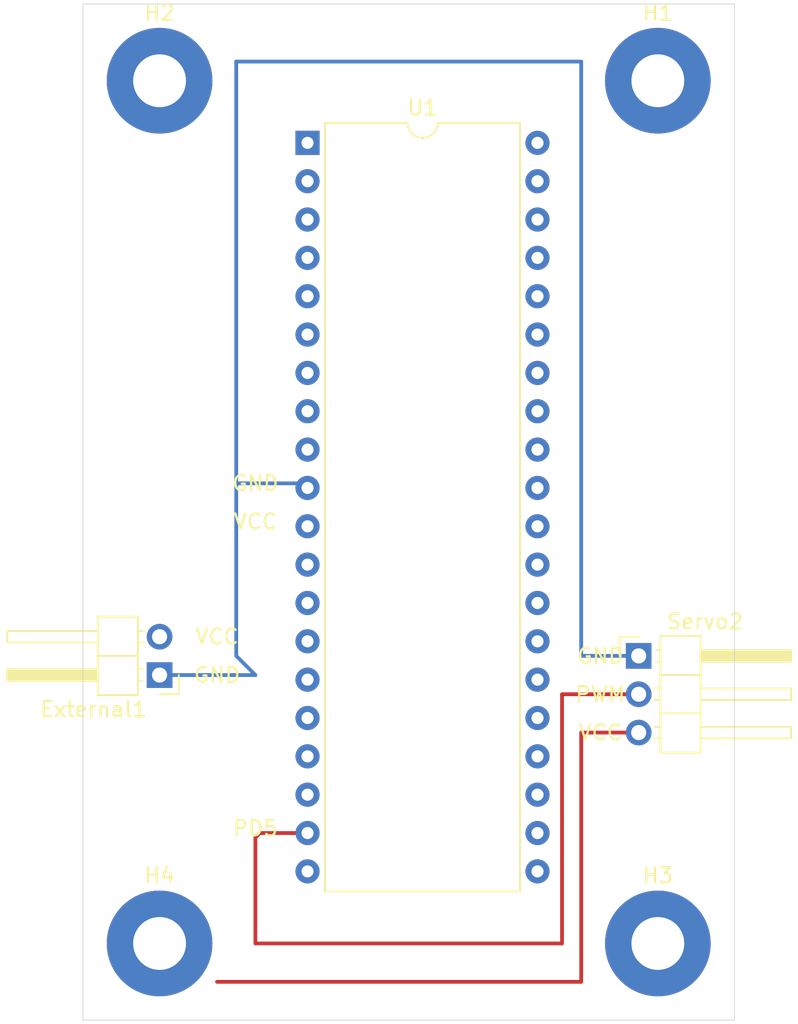
<source format=kicad_pcb>
(kicad_pcb (version 20171130) (host pcbnew "(5.1.9)-1")

  (general
    (thickness 1.6)
    (drawings 12)
    (tracks 19)
    (zones 0)
    (modules 7)
    (nets 40)
  )

  (page A4)
  (layers
    (0 F.Cu signal)
    (31 B.Cu signal)
    (32 B.Adhes user)
    (33 F.Adhes user)
    (34 B.Paste user)
    (35 F.Paste user)
    (36 B.SilkS user)
    (37 F.SilkS user)
    (38 B.Mask user)
    (39 F.Mask user)
    (40 Dwgs.User user)
    (41 Cmts.User user)
    (42 Eco1.User user)
    (43 Eco2.User user)
    (44 Edge.Cuts user)
    (45 Margin user)
    (46 B.CrtYd user)
    (47 F.CrtYd user)
    (48 B.Fab user)
    (49 F.Fab user)
  )

  (setup
    (last_trace_width 0.25)
    (trace_clearance 0.2)
    (zone_clearance 0.508)
    (zone_45_only no)
    (trace_min 0.2)
    (via_size 0.8)
    (via_drill 0.4)
    (via_min_size 0.4)
    (via_min_drill 0.3)
    (uvia_size 0.3)
    (uvia_drill 0.1)
    (uvias_allowed no)
    (uvia_min_size 0.2)
    (uvia_min_drill 0.1)
    (edge_width 0.05)
    (segment_width 0.2)
    (pcb_text_width 0.3)
    (pcb_text_size 1.5 1.5)
    (mod_edge_width 0.12)
    (mod_text_size 1 1)
    (mod_text_width 0.15)
    (pad_size 1.524 1.524)
    (pad_drill 0.762)
    (pad_to_mask_clearance 0)
    (aux_axis_origin 0 0)
    (visible_elements 7FFFFFFF)
    (pcbplotparams
      (layerselection 0x010fc_ffffffff)
      (usegerberextensions false)
      (usegerberattributes true)
      (usegerberadvancedattributes true)
      (creategerberjobfile true)
      (excludeedgelayer true)
      (linewidth 0.100000)
      (plotframeref false)
      (viasonmask false)
      (mode 1)
      (useauxorigin false)
      (hpglpennumber 1)
      (hpglpenspeed 20)
      (hpglpendiameter 15.000000)
      (psnegative false)
      (psa4output false)
      (plotreference true)
      (plotvalue true)
      (plotinvisibletext false)
      (padsonsilk false)
      (subtractmaskfromsilk false)
      (outputformat 1)
      (mirror false)
      (drillshape 1)
      (scaleselection 1)
      (outputdirectory ""))
  )

  (net 0 "")
  (net 1 "Net-(Servo2-Pad2)")
  (net 2 "Net-(U1-Pad1)")
  (net 3 "Net-(U1-Pad21)")
  (net 4 "Net-(U1-Pad2)")
  (net 5 "Net-(U1-Pad22)")
  (net 6 "Net-(U1-Pad3)")
  (net 7 "Net-(U1-Pad23)")
  (net 8 "Net-(U1-Pad4)")
  (net 9 "Net-(U1-Pad24)")
  (net 10 "Net-(U1-Pad5)")
  (net 11 "Net-(U1-Pad25)")
  (net 12 "Net-(U1-Pad6)")
  (net 13 "Net-(U1-Pad26)")
  (net 14 "Net-(U1-Pad7)")
  (net 15 "Net-(U1-Pad27)")
  (net 16 "Net-(U1-Pad8)")
  (net 17 "Net-(U1-Pad28)")
  (net 18 "Net-(U1-Pad9)")
  (net 19 "Net-(U1-Pad29)")
  (net 20 "Net-(U1-Pad30)")
  (net 21 "Net-(U1-Pad12)")
  (net 22 "Net-(U1-Pad32)")
  (net 23 "Net-(U1-Pad13)")
  (net 24 "Net-(U1-Pad33)")
  (net 25 "Net-(U1-Pad14)")
  (net 26 "Net-(U1-Pad34)")
  (net 27 "Net-(U1-Pad15)")
  (net 28 "Net-(U1-Pad35)")
  (net 29 "Net-(U1-Pad16)")
  (net 30 "Net-(U1-Pad36)")
  (net 31 "Net-(U1-Pad17)")
  (net 32 "Net-(U1-Pad37)")
  (net 33 "Net-(U1-Pad18)")
  (net 34 "Net-(U1-Pad38)")
  (net 35 "Net-(U1-Pad39)")
  (net 36 "Net-(U1-Pad20)")
  (net 37 "Net-(U1-Pad40)")
  (net 38 +5V)
  (net 39 GND)

  (net_class Default "This is the default net class."
    (clearance 0.2)
    (trace_width 0.25)
    (via_dia 0.8)
    (via_drill 0.4)
    (uvia_dia 0.3)
    (uvia_drill 0.1)
    (add_net +5V)
    (add_net GND)
    (add_net "Net-(Servo2-Pad2)")
    (add_net "Net-(U1-Pad1)")
    (add_net "Net-(U1-Pad12)")
    (add_net "Net-(U1-Pad13)")
    (add_net "Net-(U1-Pad14)")
    (add_net "Net-(U1-Pad15)")
    (add_net "Net-(U1-Pad16)")
    (add_net "Net-(U1-Pad17)")
    (add_net "Net-(U1-Pad18)")
    (add_net "Net-(U1-Pad2)")
    (add_net "Net-(U1-Pad20)")
    (add_net "Net-(U1-Pad21)")
    (add_net "Net-(U1-Pad22)")
    (add_net "Net-(U1-Pad23)")
    (add_net "Net-(U1-Pad24)")
    (add_net "Net-(U1-Pad25)")
    (add_net "Net-(U1-Pad26)")
    (add_net "Net-(U1-Pad27)")
    (add_net "Net-(U1-Pad28)")
    (add_net "Net-(U1-Pad29)")
    (add_net "Net-(U1-Pad3)")
    (add_net "Net-(U1-Pad30)")
    (add_net "Net-(U1-Pad32)")
    (add_net "Net-(U1-Pad33)")
    (add_net "Net-(U1-Pad34)")
    (add_net "Net-(U1-Pad35)")
    (add_net "Net-(U1-Pad36)")
    (add_net "Net-(U1-Pad37)")
    (add_net "Net-(U1-Pad38)")
    (add_net "Net-(U1-Pad39)")
    (add_net "Net-(U1-Pad4)")
    (add_net "Net-(U1-Pad40)")
    (add_net "Net-(U1-Pad5)")
    (add_net "Net-(U1-Pad6)")
    (add_net "Net-(U1-Pad7)")
    (add_net "Net-(U1-Pad8)")
    (add_net "Net-(U1-Pad9)")
  )

  (module Package_DIP:DIP-40_W15.24mm (layer F.Cu) (tedit 5A02E8C5) (tstamp 607A115E)
    (at 112.675001 71.425001)
    (descr "40-lead though-hole mounted DIP package, row spacing 15.24 mm (600 mils)")
    (tags "THT DIP DIL PDIP 2.54mm 15.24mm 600mil")
    (path /607AAAB8)
    (fp_text reference U1 (at 7.62 -2.33) (layer F.SilkS)
      (effects (font (size 1 1) (thickness 0.15)))
    )
    (fp_text value ATmega32-16PU (at 7.62 50.59) (layer F.Fab)
      (effects (font (size 1 1) (thickness 0.15)))
    )
    (fp_line (start 1.255 -1.27) (end 14.985 -1.27) (layer F.Fab) (width 0.1))
    (fp_line (start 14.985 -1.27) (end 14.985 49.53) (layer F.Fab) (width 0.1))
    (fp_line (start 14.985 49.53) (end 0.255 49.53) (layer F.Fab) (width 0.1))
    (fp_line (start 0.255 49.53) (end 0.255 -0.27) (layer F.Fab) (width 0.1))
    (fp_line (start 0.255 -0.27) (end 1.255 -1.27) (layer F.Fab) (width 0.1))
    (fp_line (start 6.62 -1.33) (end 1.16 -1.33) (layer F.SilkS) (width 0.12))
    (fp_line (start 1.16 -1.33) (end 1.16 49.59) (layer F.SilkS) (width 0.12))
    (fp_line (start 1.16 49.59) (end 14.08 49.59) (layer F.SilkS) (width 0.12))
    (fp_line (start 14.08 49.59) (end 14.08 -1.33) (layer F.SilkS) (width 0.12))
    (fp_line (start 14.08 -1.33) (end 8.62 -1.33) (layer F.SilkS) (width 0.12))
    (fp_line (start -1.05 -1.55) (end -1.05 49.8) (layer F.CrtYd) (width 0.05))
    (fp_line (start -1.05 49.8) (end 16.3 49.8) (layer F.CrtYd) (width 0.05))
    (fp_line (start 16.3 49.8) (end 16.3 -1.55) (layer F.CrtYd) (width 0.05))
    (fp_line (start 16.3 -1.55) (end -1.05 -1.55) (layer F.CrtYd) (width 0.05))
    (fp_arc (start 7.62 -1.33) (end 6.62 -1.33) (angle -180) (layer F.SilkS) (width 0.12))
    (fp_text user %R (at 7.62 24.13) (layer F.Fab)
      (effects (font (size 1 1) (thickness 0.15)))
    )
    (pad 1 thru_hole rect (at 0 0) (size 1.6 1.6) (drill 0.8) (layers *.Cu *.Mask)
      (net 2 "Net-(U1-Pad1)"))
    (pad 21 thru_hole oval (at 15.24 48.26) (size 1.6 1.6) (drill 0.8) (layers *.Cu *.Mask)
      (net 3 "Net-(U1-Pad21)"))
    (pad 2 thru_hole oval (at 0 2.54) (size 1.6 1.6) (drill 0.8) (layers *.Cu *.Mask)
      (net 4 "Net-(U1-Pad2)"))
    (pad 22 thru_hole oval (at 15.24 45.72) (size 1.6 1.6) (drill 0.8) (layers *.Cu *.Mask)
      (net 5 "Net-(U1-Pad22)"))
    (pad 3 thru_hole oval (at 0 5.08) (size 1.6 1.6) (drill 0.8) (layers *.Cu *.Mask)
      (net 6 "Net-(U1-Pad3)"))
    (pad 23 thru_hole oval (at 15.24 43.18) (size 1.6 1.6) (drill 0.8) (layers *.Cu *.Mask)
      (net 7 "Net-(U1-Pad23)"))
    (pad 4 thru_hole oval (at 0 7.62) (size 1.6 1.6) (drill 0.8) (layers *.Cu *.Mask)
      (net 8 "Net-(U1-Pad4)"))
    (pad 24 thru_hole oval (at 15.24 40.64) (size 1.6 1.6) (drill 0.8) (layers *.Cu *.Mask)
      (net 9 "Net-(U1-Pad24)"))
    (pad 5 thru_hole oval (at 0 10.16) (size 1.6 1.6) (drill 0.8) (layers *.Cu *.Mask)
      (net 10 "Net-(U1-Pad5)"))
    (pad 25 thru_hole oval (at 15.24 38.1) (size 1.6 1.6) (drill 0.8) (layers *.Cu *.Mask)
      (net 11 "Net-(U1-Pad25)"))
    (pad 6 thru_hole oval (at 0 12.7) (size 1.6 1.6) (drill 0.8) (layers *.Cu *.Mask)
      (net 12 "Net-(U1-Pad6)"))
    (pad 26 thru_hole oval (at 15.24 35.56) (size 1.6 1.6) (drill 0.8) (layers *.Cu *.Mask)
      (net 13 "Net-(U1-Pad26)"))
    (pad 7 thru_hole oval (at 0 15.24) (size 1.6 1.6) (drill 0.8) (layers *.Cu *.Mask)
      (net 14 "Net-(U1-Pad7)"))
    (pad 27 thru_hole oval (at 15.24 33.02) (size 1.6 1.6) (drill 0.8) (layers *.Cu *.Mask)
      (net 15 "Net-(U1-Pad27)"))
    (pad 8 thru_hole oval (at 0 17.78) (size 1.6 1.6) (drill 0.8) (layers *.Cu *.Mask)
      (net 16 "Net-(U1-Pad8)"))
    (pad 28 thru_hole oval (at 15.24 30.48) (size 1.6 1.6) (drill 0.8) (layers *.Cu *.Mask)
      (net 17 "Net-(U1-Pad28)"))
    (pad 9 thru_hole oval (at 0 20.32) (size 1.6 1.6) (drill 0.8) (layers *.Cu *.Mask)
      (net 18 "Net-(U1-Pad9)"))
    (pad 29 thru_hole oval (at 15.24 27.94) (size 1.6 1.6) (drill 0.8) (layers *.Cu *.Mask)
      (net 19 "Net-(U1-Pad29)"))
    (pad 10 thru_hole oval (at 0 22.86) (size 1.6 1.6) (drill 0.8) (layers *.Cu *.Mask)
      (net 38 +5V))
    (pad 30 thru_hole oval (at 15.24 25.4) (size 1.6 1.6) (drill 0.8) (layers *.Cu *.Mask)
      (net 20 "Net-(U1-Pad30)"))
    (pad 11 thru_hole oval (at 0 25.4) (size 1.6 1.6) (drill 0.8) (layers *.Cu *.Mask)
      (net 39 GND))
    (pad 31 thru_hole oval (at 15.24 22.86) (size 1.6 1.6) (drill 0.8) (layers *.Cu *.Mask)
      (net 39 GND))
    (pad 12 thru_hole oval (at 0 27.94) (size 1.6 1.6) (drill 0.8) (layers *.Cu *.Mask)
      (net 21 "Net-(U1-Pad12)"))
    (pad 32 thru_hole oval (at 15.24 20.32) (size 1.6 1.6) (drill 0.8) (layers *.Cu *.Mask)
      (net 22 "Net-(U1-Pad32)"))
    (pad 13 thru_hole oval (at 0 30.48) (size 1.6 1.6) (drill 0.8) (layers *.Cu *.Mask)
      (net 23 "Net-(U1-Pad13)"))
    (pad 33 thru_hole oval (at 15.24 17.78) (size 1.6 1.6) (drill 0.8) (layers *.Cu *.Mask)
      (net 24 "Net-(U1-Pad33)"))
    (pad 14 thru_hole oval (at 0 33.02) (size 1.6 1.6) (drill 0.8) (layers *.Cu *.Mask)
      (net 25 "Net-(U1-Pad14)"))
    (pad 34 thru_hole oval (at 15.24 15.24) (size 1.6 1.6) (drill 0.8) (layers *.Cu *.Mask)
      (net 26 "Net-(U1-Pad34)"))
    (pad 15 thru_hole oval (at 0 35.56) (size 1.6 1.6) (drill 0.8) (layers *.Cu *.Mask)
      (net 27 "Net-(U1-Pad15)"))
    (pad 35 thru_hole oval (at 15.24 12.7) (size 1.6 1.6) (drill 0.8) (layers *.Cu *.Mask)
      (net 28 "Net-(U1-Pad35)"))
    (pad 16 thru_hole oval (at 0 38.1) (size 1.6 1.6) (drill 0.8) (layers *.Cu *.Mask)
      (net 29 "Net-(U1-Pad16)"))
    (pad 36 thru_hole oval (at 15.24 10.16) (size 1.6 1.6) (drill 0.8) (layers *.Cu *.Mask)
      (net 30 "Net-(U1-Pad36)"))
    (pad 17 thru_hole oval (at 0 40.64) (size 1.6 1.6) (drill 0.8) (layers *.Cu *.Mask)
      (net 31 "Net-(U1-Pad17)"))
    (pad 37 thru_hole oval (at 15.24 7.62) (size 1.6 1.6) (drill 0.8) (layers *.Cu *.Mask)
      (net 32 "Net-(U1-Pad37)"))
    (pad 18 thru_hole oval (at 0 43.18) (size 1.6 1.6) (drill 0.8) (layers *.Cu *.Mask)
      (net 33 "Net-(U1-Pad18)"))
    (pad 38 thru_hole oval (at 15.24 5.08) (size 1.6 1.6) (drill 0.8) (layers *.Cu *.Mask)
      (net 34 "Net-(U1-Pad38)"))
    (pad 19 thru_hole oval (at 0 45.72) (size 1.6 1.6) (drill 0.8) (layers *.Cu *.Mask)
      (net 1 "Net-(Servo2-Pad2)"))
    (pad 39 thru_hole oval (at 15.24 2.54) (size 1.6 1.6) (drill 0.8) (layers *.Cu *.Mask)
      (net 35 "Net-(U1-Pad39)"))
    (pad 20 thru_hole oval (at 0 48.26) (size 1.6 1.6) (drill 0.8) (layers *.Cu *.Mask)
      (net 36 "Net-(U1-Pad20)"))
    (pad 40 thru_hole oval (at 15.24 0) (size 1.6 1.6) (drill 0.8) (layers *.Cu *.Mask)
      (net 37 "Net-(U1-Pad40)"))
    (model ${KISYS3DMOD}/Package_DIP.3dshapes/DIP-40_W15.24mm.wrl
      (at (xyz 0 0 0))
      (scale (xyz 1 1 1))
      (rotate (xyz 0 0 0))
    )
  )

  (module Connector_PinHeader_2.54mm:PinHeader_1x02_P2.54mm_Horizontal (layer F.Cu) (tedit 60799B8A) (tstamp 607A10C2)
    (at 102.87 106.68 180)
    (descr "Through hole angled pin header, 1x02, 2.54mm pitch, 6mm pin length, single row")
    (tags "Through hole angled pin header THT 1x02 2.54mm single row")
    (path /607ABA77)
    (fp_text reference External1 (at 4.385 -2.27 180) (layer F.SilkS)
      (effects (font (size 1 1) (thickness 0.15)))
    )
    (fp_text value Conn_01x02 (at 0 6.35 180) (layer F.Fab)
      (effects (font (size 1 1) (thickness 0.15)))
    )
    (fp_line (start 2.135 -1.27) (end 4.04 -1.27) (layer F.Fab) (width 0.1))
    (fp_line (start 4.04 -1.27) (end 4.04 3.81) (layer F.Fab) (width 0.1))
    (fp_line (start 4.04 3.81) (end 1.5 3.81) (layer F.Fab) (width 0.1))
    (fp_line (start 1.5 3.81) (end 1.5 -0.635) (layer F.Fab) (width 0.1))
    (fp_line (start 1.5 -0.635) (end 2.135 -1.27) (layer F.Fab) (width 0.1))
    (fp_line (start -0.32 -0.32) (end 1.5 -0.32) (layer F.Fab) (width 0.1))
    (fp_line (start -0.32 -0.32) (end -0.32 0.32) (layer F.Fab) (width 0.1))
    (fp_line (start -0.32 0.32) (end 1.5 0.32) (layer F.Fab) (width 0.1))
    (fp_line (start 4.04 -0.32) (end 10.04 -0.32) (layer F.Fab) (width 0.1))
    (fp_line (start 10.04 -0.32) (end 10.04 0.32) (layer F.Fab) (width 0.1))
    (fp_line (start 4.04 0.32) (end 10.04 0.32) (layer F.Fab) (width 0.1))
    (fp_line (start -0.32 2.22) (end 1.5 2.22) (layer F.Fab) (width 0.1))
    (fp_line (start -0.32 2.22) (end -0.32 2.86) (layer F.Fab) (width 0.1))
    (fp_line (start -0.32 2.86) (end 1.5 2.86) (layer F.Fab) (width 0.1))
    (fp_line (start 4.04 2.22) (end 10.04 2.22) (layer F.Fab) (width 0.1))
    (fp_line (start 10.04 2.22) (end 10.04 2.86) (layer F.Fab) (width 0.1))
    (fp_line (start 4.04 2.86) (end 10.04 2.86) (layer F.Fab) (width 0.1))
    (fp_line (start 1.44 -1.33) (end 1.44 3.87) (layer F.SilkS) (width 0.12))
    (fp_line (start 1.44 3.87) (end 4.1 3.87) (layer F.SilkS) (width 0.12))
    (fp_line (start 4.1 3.87) (end 4.1 -1.33) (layer F.SilkS) (width 0.12))
    (fp_line (start 4.1 -1.33) (end 1.44 -1.33) (layer F.SilkS) (width 0.12))
    (fp_line (start 4.1 -0.38) (end 10.1 -0.38) (layer F.SilkS) (width 0.12))
    (fp_line (start 10.1 -0.38) (end 10.1 0.38) (layer F.SilkS) (width 0.12))
    (fp_line (start 10.1 0.38) (end 4.1 0.38) (layer F.SilkS) (width 0.12))
    (fp_line (start 4.1 -0.32) (end 10.1 -0.32) (layer F.SilkS) (width 0.12))
    (fp_line (start 4.1 -0.2) (end 10.1 -0.2) (layer F.SilkS) (width 0.12))
    (fp_line (start 4.1 -0.08) (end 10.1 -0.08) (layer F.SilkS) (width 0.12))
    (fp_line (start 4.1 0.04) (end 10.1 0.04) (layer F.SilkS) (width 0.12))
    (fp_line (start 4.1 0.16) (end 10.1 0.16) (layer F.SilkS) (width 0.12))
    (fp_line (start 4.1 0.28) (end 10.1 0.28) (layer F.SilkS) (width 0.12))
    (fp_line (start 1.11 -0.38) (end 1.44 -0.38) (layer F.SilkS) (width 0.12))
    (fp_line (start 1.11 0.38) (end 1.44 0.38) (layer F.SilkS) (width 0.12))
    (fp_line (start 1.44 1.27) (end 4.1 1.27) (layer F.SilkS) (width 0.12))
    (fp_line (start 4.1 2.16) (end 10.1 2.16) (layer F.SilkS) (width 0.12))
    (fp_line (start 10.1 2.16) (end 10.1 2.92) (layer F.SilkS) (width 0.12))
    (fp_line (start 10.1 2.92) (end 4.1 2.92) (layer F.SilkS) (width 0.12))
    (fp_line (start 1.042929 2.16) (end 1.44 2.16) (layer F.SilkS) (width 0.12))
    (fp_line (start 1.042929 2.92) (end 1.44 2.92) (layer F.SilkS) (width 0.12))
    (fp_line (start -1.27 0) (end -1.27 -1.27) (layer F.SilkS) (width 0.12))
    (fp_line (start -1.27 -1.27) (end 0 -1.27) (layer F.SilkS) (width 0.12))
    (fp_line (start -1.8 -1.8) (end -1.8 4.35) (layer F.CrtYd) (width 0.05))
    (fp_line (start -1.8 4.35) (end 10.55 4.35) (layer F.CrtYd) (width 0.05))
    (fp_line (start 10.55 4.35) (end 10.55 -1.8) (layer F.CrtYd) (width 0.05))
    (fp_line (start 10.55 -1.8) (end -1.8 -1.8) (layer F.CrtYd) (width 0.05))
    (fp_text user %R (at 2.77 1.27 270) (layer F.Fab)
      (effects (font (size 1 1) (thickness 0.15)))
    )
    (pad 1 thru_hole rect (at 0 0 180) (size 1.7 1.7) (drill 1) (layers *.Cu *.Mask)
      (net 38 +5V))
    (pad 2 thru_hole oval (at 0 2.54 180) (size 1.7 1.7) (drill 1) (layers *.Cu *.Mask)
      (net 39 GND))
    (model ${KISYS3DMOD}/Connector_PinHeader_2.54mm.3dshapes/PinHeader_1x02_P2.54mm_Horizontal.wrl
      (at (xyz 0 0 0))
      (scale (xyz 1 1 1))
      (rotate (xyz 0 0 0))
    )
  )

  (module MountingHole:MountingHole_3.5mm_Pad (layer F.Cu) (tedit 56D1B4CB) (tstamp 607A10CA)
    (at 135.89 67.31)
    (descr "Mounting Hole 3.5mm")
    (tags "mounting hole 3.5mm")
    (path /607AA6E1)
    (attr virtual)
    (fp_text reference H1 (at 0 -4.5) (layer F.SilkS)
      (effects (font (size 1 1) (thickness 0.15)))
    )
    (fp_text value MountingHole (at 0 4.5) (layer F.Fab)
      (effects (font (size 1 1) (thickness 0.15)))
    )
    (fp_circle (center 0 0) (end 3.5 0) (layer Cmts.User) (width 0.15))
    (fp_circle (center 0 0) (end 3.75 0) (layer F.CrtYd) (width 0.05))
    (fp_text user %R (at 0.3 0) (layer F.Fab)
      (effects (font (size 1 1) (thickness 0.15)))
    )
    (pad 1 thru_hole circle (at 0 0) (size 7 7) (drill 3.5) (layers *.Cu *.Mask))
  )

  (module MountingHole:MountingHole_3.5mm_Pad (layer F.Cu) (tedit 56D1B4CB) (tstamp 607A10D2)
    (at 102.87 67.31)
    (descr "Mounting Hole 3.5mm")
    (tags "mounting hole 3.5mm")
    (path /607AA82A)
    (attr virtual)
    (fp_text reference H2 (at 0 -4.5) (layer F.SilkS)
      (effects (font (size 1 1) (thickness 0.15)))
    )
    (fp_text value MountingHole (at 0 4.5) (layer F.Fab)
      (effects (font (size 1 1) (thickness 0.15)))
    )
    (fp_circle (center 0 0) (end 3.75 0) (layer F.CrtYd) (width 0.05))
    (fp_circle (center 0 0) (end 3.5 0) (layer Cmts.User) (width 0.15))
    (fp_text user %R (at 0.3 0) (layer F.Fab)
      (effects (font (size 1 1) (thickness 0.15)))
    )
    (pad 1 thru_hole circle (at 0 0) (size 7 7) (drill 3.5) (layers *.Cu *.Mask))
  )

  (module MountingHole:MountingHole_3.5mm_Pad (layer F.Cu) (tedit 56D1B4CB) (tstamp 607A10DA)
    (at 135.89 124.46)
    (descr "Mounting Hole 3.5mm")
    (tags "mounting hole 3.5mm")
    (path /607AA54C)
    (attr virtual)
    (fp_text reference H3 (at 0 -4.5) (layer F.SilkS)
      (effects (font (size 1 1) (thickness 0.15)))
    )
    (fp_text value MountingHole (at 0 4.5) (layer F.Fab)
      (effects (font (size 1 1) (thickness 0.15)))
    )
    (fp_circle (center 0 0) (end 3.75 0) (layer F.CrtYd) (width 0.05))
    (fp_circle (center 0 0) (end 3.5 0) (layer Cmts.User) (width 0.15))
    (fp_text user %R (at 0.3 0) (layer F.Fab)
      (effects (font (size 1 1) (thickness 0.15)))
    )
    (pad 1 thru_hole circle (at 0 0) (size 7 7) (drill 3.5) (layers *.Cu *.Mask))
  )

  (module MountingHole:MountingHole_3.5mm_Pad (layer F.Cu) (tedit 56D1B4CB) (tstamp 607A10E2)
    (at 102.87 124.46)
    (descr "Mounting Hole 3.5mm")
    (tags "mounting hole 3.5mm")
    (path /607AA4E4)
    (attr virtual)
    (fp_text reference H4 (at 0 -4.5) (layer F.SilkS)
      (effects (font (size 1 1) (thickness 0.15)))
    )
    (fp_text value MountingHole (at 0 4.5) (layer F.Fab)
      (effects (font (size 1 1) (thickness 0.15)))
    )
    (fp_circle (center 0 0) (end 3.5 0) (layer Cmts.User) (width 0.15))
    (fp_circle (center 0 0) (end 3.75 0) (layer F.CrtYd) (width 0.05))
    (fp_text user %R (at 0.3 0) (layer F.Fab)
      (effects (font (size 1 1) (thickness 0.15)))
    )
    (pad 1 thru_hole circle (at 0 0) (size 7 7) (drill 3.5) (layers *.Cu *.Mask))
  )

  (module Connector_PinHeader_2.54mm:PinHeader_1x03_P2.54mm_Horizontal (layer F.Cu) (tedit 59FED5CB) (tstamp 607A1122)
    (at 134.62 105.41)
    (descr "Through hole angled pin header, 1x03, 2.54mm pitch, 6mm pin length, single row")
    (tags "Through hole angled pin header THT 1x03 2.54mm single row")
    (path /607AC006)
    (fp_text reference Servo2 (at 4.385 -2.27) (layer F.SilkS)
      (effects (font (size 1 1) (thickness 0.15)))
    )
    (fp_text value Conn_01x03 (at 4.385 7.35) (layer F.Fab)
      (effects (font (size 1 1) (thickness 0.15)))
    )
    (fp_line (start 2.135 -1.27) (end 4.04 -1.27) (layer F.Fab) (width 0.1))
    (fp_line (start 4.04 -1.27) (end 4.04 6.35) (layer F.Fab) (width 0.1))
    (fp_line (start 4.04 6.35) (end 1.5 6.35) (layer F.Fab) (width 0.1))
    (fp_line (start 1.5 6.35) (end 1.5 -0.635) (layer F.Fab) (width 0.1))
    (fp_line (start 1.5 -0.635) (end 2.135 -1.27) (layer F.Fab) (width 0.1))
    (fp_line (start -0.32 -0.32) (end 1.5 -0.32) (layer F.Fab) (width 0.1))
    (fp_line (start -0.32 -0.32) (end -0.32 0.32) (layer F.Fab) (width 0.1))
    (fp_line (start -0.32 0.32) (end 1.5 0.32) (layer F.Fab) (width 0.1))
    (fp_line (start 4.04 -0.32) (end 10.04 -0.32) (layer F.Fab) (width 0.1))
    (fp_line (start 10.04 -0.32) (end 10.04 0.32) (layer F.Fab) (width 0.1))
    (fp_line (start 4.04 0.32) (end 10.04 0.32) (layer F.Fab) (width 0.1))
    (fp_line (start -0.32 2.22) (end 1.5 2.22) (layer F.Fab) (width 0.1))
    (fp_line (start -0.32 2.22) (end -0.32 2.86) (layer F.Fab) (width 0.1))
    (fp_line (start -0.32 2.86) (end 1.5 2.86) (layer F.Fab) (width 0.1))
    (fp_line (start 4.04 2.22) (end 10.04 2.22) (layer F.Fab) (width 0.1))
    (fp_line (start 10.04 2.22) (end 10.04 2.86) (layer F.Fab) (width 0.1))
    (fp_line (start 4.04 2.86) (end 10.04 2.86) (layer F.Fab) (width 0.1))
    (fp_line (start -0.32 4.76) (end 1.5 4.76) (layer F.Fab) (width 0.1))
    (fp_line (start -0.32 4.76) (end -0.32 5.4) (layer F.Fab) (width 0.1))
    (fp_line (start -0.32 5.4) (end 1.5 5.4) (layer F.Fab) (width 0.1))
    (fp_line (start 4.04 4.76) (end 10.04 4.76) (layer F.Fab) (width 0.1))
    (fp_line (start 10.04 4.76) (end 10.04 5.4) (layer F.Fab) (width 0.1))
    (fp_line (start 4.04 5.4) (end 10.04 5.4) (layer F.Fab) (width 0.1))
    (fp_line (start 1.44 -1.33) (end 1.44 6.41) (layer F.SilkS) (width 0.12))
    (fp_line (start 1.44 6.41) (end 4.1 6.41) (layer F.SilkS) (width 0.12))
    (fp_line (start 4.1 6.41) (end 4.1 -1.33) (layer F.SilkS) (width 0.12))
    (fp_line (start 4.1 -1.33) (end 1.44 -1.33) (layer F.SilkS) (width 0.12))
    (fp_line (start 4.1 -0.38) (end 10.1 -0.38) (layer F.SilkS) (width 0.12))
    (fp_line (start 10.1 -0.38) (end 10.1 0.38) (layer F.SilkS) (width 0.12))
    (fp_line (start 10.1 0.38) (end 4.1 0.38) (layer F.SilkS) (width 0.12))
    (fp_line (start 4.1 -0.32) (end 10.1 -0.32) (layer F.SilkS) (width 0.12))
    (fp_line (start 4.1 -0.2) (end 10.1 -0.2) (layer F.SilkS) (width 0.12))
    (fp_line (start 4.1 -0.08) (end 10.1 -0.08) (layer F.SilkS) (width 0.12))
    (fp_line (start 4.1 0.04) (end 10.1 0.04) (layer F.SilkS) (width 0.12))
    (fp_line (start 4.1 0.16) (end 10.1 0.16) (layer F.SilkS) (width 0.12))
    (fp_line (start 4.1 0.28) (end 10.1 0.28) (layer F.SilkS) (width 0.12))
    (fp_line (start 1.11 -0.38) (end 1.44 -0.38) (layer F.SilkS) (width 0.12))
    (fp_line (start 1.11 0.38) (end 1.44 0.38) (layer F.SilkS) (width 0.12))
    (fp_line (start 1.44 1.27) (end 4.1 1.27) (layer F.SilkS) (width 0.12))
    (fp_line (start 4.1 2.16) (end 10.1 2.16) (layer F.SilkS) (width 0.12))
    (fp_line (start 10.1 2.16) (end 10.1 2.92) (layer F.SilkS) (width 0.12))
    (fp_line (start 10.1 2.92) (end 4.1 2.92) (layer F.SilkS) (width 0.12))
    (fp_line (start 1.042929 2.16) (end 1.44 2.16) (layer F.SilkS) (width 0.12))
    (fp_line (start 1.042929 2.92) (end 1.44 2.92) (layer F.SilkS) (width 0.12))
    (fp_line (start 1.44 3.81) (end 4.1 3.81) (layer F.SilkS) (width 0.12))
    (fp_line (start 4.1 4.7) (end 10.1 4.7) (layer F.SilkS) (width 0.12))
    (fp_line (start 10.1 4.7) (end 10.1 5.46) (layer F.SilkS) (width 0.12))
    (fp_line (start 10.1 5.46) (end 4.1 5.46) (layer F.SilkS) (width 0.12))
    (fp_line (start 1.042929 4.7) (end 1.44 4.7) (layer F.SilkS) (width 0.12))
    (fp_line (start 1.042929 5.46) (end 1.44 5.46) (layer F.SilkS) (width 0.12))
    (fp_line (start -1.27 0) (end -1.27 -1.27) (layer F.SilkS) (width 0.12))
    (fp_line (start -1.27 -1.27) (end 0 -1.27) (layer F.SilkS) (width 0.12))
    (fp_line (start -1.8 -1.8) (end -1.8 6.85) (layer F.CrtYd) (width 0.05))
    (fp_line (start -1.8 6.85) (end 10.55 6.85) (layer F.CrtYd) (width 0.05))
    (fp_line (start 10.55 6.85) (end 10.55 -1.8) (layer F.CrtYd) (width 0.05))
    (fp_line (start 10.55 -1.8) (end -1.8 -1.8) (layer F.CrtYd) (width 0.05))
    (fp_text user %R (at 2.77 2.54 90) (layer F.Fab)
      (effects (font (size 1 1) (thickness 0.15)))
    )
    (pad 1 thru_hole rect (at 0 0) (size 1.7 1.7) (drill 1) (layers *.Cu *.Mask)
      (net 38 +5V))
    (pad 2 thru_hole oval (at 0 2.54) (size 1.7 1.7) (drill 1) (layers *.Cu *.Mask)
      (net 1 "Net-(Servo2-Pad2)"))
    (pad 3 thru_hole oval (at 0 5.08) (size 1.7 1.7) (drill 1) (layers *.Cu *.Mask)
      (net 39 GND))
    (model ${KISYS3DMOD}/Connector_PinHeader_2.54mm.3dshapes/PinHeader_1x03_P2.54mm_Horizontal.wrl
      (at (xyz 0 0 0))
      (scale (xyz 1 1 1))
      (rotate (xyz 0 0 0))
    )
  )

  (gr_text "VCC\n" (at 132.08 110.49) (layer F.SilkS)
    (effects (font (size 1 1) (thickness 0.15)))
  )
  (gr_text "PWM\n" (at 132.08 107.95) (layer F.SilkS)
    (effects (font (size 1 1) (thickness 0.15)))
  )
  (gr_text "GND\n" (at 132.08 105.41) (layer F.SilkS)
    (effects (font (size 1 1) (thickness 0.15)))
  )
  (gr_text "PD5\n" (at 109.22 116.84) (layer F.SilkS)
    (effects (font (size 1 1) (thickness 0.15)))
  )
  (gr_text "GND\n" (at 109.22 93.98) (layer F.SilkS)
    (effects (font (size 1 1) (thickness 0.15)))
  )
  (gr_text "GND\n" (at 106.68 106.68) (layer F.SilkS)
    (effects (font (size 1 1) (thickness 0.15)))
  )
  (gr_text "VCC\n" (at 106.68 104.14) (layer F.SilkS)
    (effects (font (size 1 1) (thickness 0.15)))
  )
  (gr_text VCC (at 109.22 96.52) (layer F.SilkS)
    (effects (font (size 1 1) (thickness 0.15)))
  )
  (gr_line (start 97.79 129.54) (end 140.97 129.54) (angle 90) (layer Edge.Cuts) (width 0.05))
  (gr_line (start 97.79 62.23) (end 97.79 129.54) (angle 90) (layer Edge.Cuts) (width 0.05))
  (gr_line (start 140.97 62.23) (end 97.79 62.23) (angle 90) (layer Edge.Cuts) (width 0.05))
  (gr_line (start 140.97 129.54) (end 140.97 62.23) (angle 90) (layer Edge.Cuts) (width 0.05))

  (segment (start 102.87 106.68) (end 109.22 106.68) (width 0.25) (layer B.Cu) (net 38) (status 400000))
  (segment (start 130.81 105.41) (end 134.62 105.41) (width 0.25) (layer B.Cu) (net 38) (tstamp 607A668F) (status 800000))
  (segment (start 130.81 66.04) (end 130.81 105.41) (width 0.25) (layer B.Cu) (net 38) (tstamp 607A668E))
  (segment (start 107.95 66.04) (end 130.81 66.04) (width 0.25) (layer B.Cu) (net 38) (tstamp 607A668D))
  (segment (start 107.95 105.41) (end 107.95 93.98) (width 0.25) (layer B.Cu) (net 38) (tstamp 607A668B))
  (segment (start 107.95 93.98) (end 107.95 66.04) (width 0.25) (layer B.Cu) (net 38) (tstamp 607A6692))
  (segment (start 109.22 106.68) (end 107.95 105.41) (width 0.25) (layer B.Cu) (net 38) (tstamp 607A668A))
  (segment (start 107.95 93.98) (end 112.37 93.98) (width 0.25) (layer B.Cu) (net 38) (status 800000))
  (segment (start 112.37 93.98) (end 112.675001 94.285001) (width 0.25) (layer B.Cu) (net 38) (tstamp 607A6694) (status C00000))
  (segment (start 130.81 127) (end 106.68 127) (width 0.25) (layer F.Cu) (net 39) (tstamp 607A7112))
  (segment (start 130.81 110.49) (end 130.81 127) (width 0.25) (layer F.Cu) (net 39) (tstamp 607A7111))
  (segment (start 130.81 110.49) (end 134.62 110.49) (width 0.25) (layer F.Cu) (net 39) (status 800000))
  (segment (start 112.675001 117.145001) (end 109.525001 117.145001) (width 0.25) (layer F.Cu) (net 1) (status 400000))
  (segment (start 129.54 107.95) (end 130.81 107.95) (width 0.25) (layer F.Cu) (net 1) (tstamp 607A710E))
  (segment (start 129.54 124.46) (end 129.54 107.95) (width 0.25) (layer F.Cu) (net 1) (tstamp 607A710D))
  (segment (start 109.22 124.46) (end 129.54 124.46) (width 0.25) (layer F.Cu) (net 1))
  (segment (start 109.22 117.450002) (end 109.22 124.46) (width 0.25) (layer F.Cu) (net 1) (tstamp 607A666D))
  (segment (start 109.525001 117.145001) (end 109.22 117.450002) (width 0.25) (layer F.Cu) (net 1) (tstamp 607A666C))
  (segment (start 130.81 107.95) (end 134.62 107.95) (width 0.25) (layer F.Cu) (net 1) (tstamp 607A6671) (status 800000))

)

</source>
